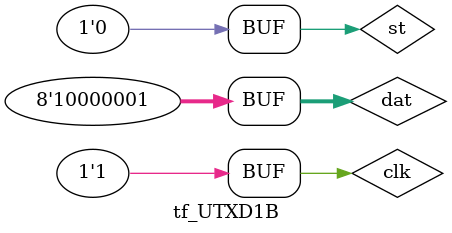
<source format=v>
`timescale 1ns / 1ps


module tf_UTXD1B;

	// Inputs
	reg clk;
	reg [7:0] dat;
	reg st;

	// Outputs
	wire TXD;
	wire ce_tact;
	wire [3:0] cb_bit;
	wire T_start;
	wire T_dat;
	wire T_stop;
	wire ce_stop;
	wire en_tx_byte;
	wire [7:0] sr_dat;

	// Instantiate the Unit Under Test (UUT)
	UTXD1B uut (
		.clk(clk), 
		.TXD(TXD), 
		.dat(dat), 
		.ce_tact(ce_tact), 
		.st(st), 
		.cb_bit(cb_bit), 
		.T_start(T_start), 
		.T_dat(T_dat), 
		.T_stop(T_stop), 
		.ce_stop(ce_stop), 
		.en_tx_byte(en_tx_byte), 
		.sr_dat(sr_dat)
	);

always begin clk = 1'b0; #10 clk = 1'b1; #10; end // PERIOD = 20
	initial begin
		// Initialize Inputs
		dat = 8'b10000001;
		st = 0;

		// Wait 100 ns for global reset to finish
		#100;
		st = 1;
		#20; st = 0;
        
		// Add stimulus here

	end
      
endmodule


</source>
